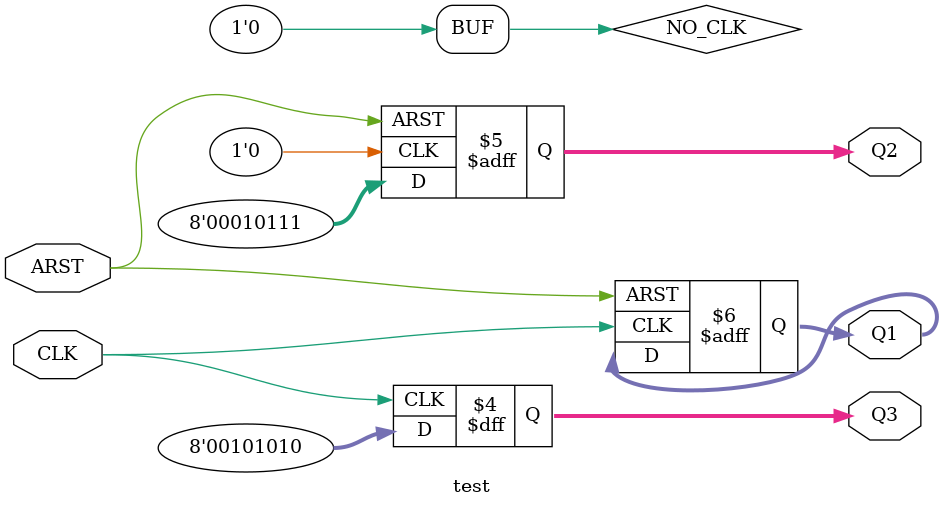
<source format=v>
module test(input CLK, ARST,
            output [7:0] Q1, Q2, Q3);

wire NO_CLK = 0;

always @(posedge CLK, posedge ARST)
	if (ARST)
		Q1 <= 42;

always @(posedge NO_CLK, posedge ARST)
	if (ARST)
		Q2 <= 42;
	else
		Q2 <= 23;

always @(posedge CLK)
	Q3 <= 42;

endmodule

</source>
